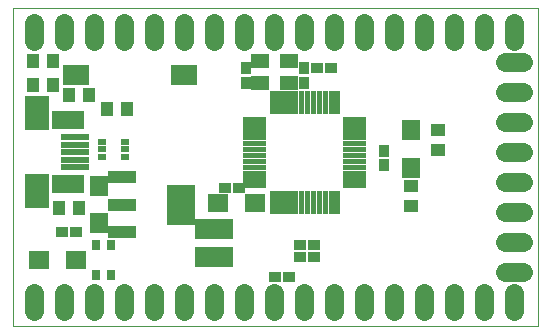
<source format=gts>
G75*
%MOIN*%
%OFA0B0*%
%FSLAX25Y25*%
%IPPOS*%
%LPD*%
%AMOC8*
5,1,8,0,0,1.08239X$1,22.5*
%
%ADD10C,0.00000*%
%ADD11R,0.03313X0.04042*%
%ADD12R,0.05912X0.06699*%
%ADD13R,0.06699X0.05912*%
%ADD14R,0.04042X0.03313*%
%ADD15R,0.02762X0.03550*%
%ADD16R,0.02762X0.01975*%
%ADD17C,0.00158*%
%ADD18R,0.09258X0.04337*%
%ADD19R,0.09258X0.13195*%
%ADD20R,0.09800X0.02172*%
%ADD21R,0.10636X0.06207*%
%ADD22R,0.07880X0.11719*%
%ADD23R,0.04731X0.04337*%
%ADD24R,0.12998X0.06699*%
%ADD25R,0.04337X0.04731*%
%ADD26R,0.08983X0.06699*%
%ADD27R,0.05912X0.04534*%
%ADD28C,0.06400*%
D10*
X0016933Y0019933D02*
X0016933Y0125933D01*
X0191933Y0125933D01*
X0191933Y0019933D01*
X0016933Y0019933D01*
D11*
X0094433Y0101071D03*
X0094433Y0105795D03*
X0113933Y0105795D03*
X0113933Y0101071D03*
X0140433Y0078295D03*
X0140433Y0073571D03*
D12*
X0149433Y0072732D03*
X0149433Y0085134D03*
X0045433Y0066634D03*
X0045433Y0054232D03*
D13*
X0038034Y0041933D03*
X0025632Y0041933D03*
X0085232Y0060933D03*
X0097634Y0060933D03*
D14*
X0092295Y0065933D03*
X0087571Y0065933D03*
X0112571Y0046933D03*
X0117295Y0046933D03*
X0117295Y0042933D03*
X0112571Y0042933D03*
X0108795Y0036433D03*
X0104071Y0036433D03*
X0037795Y0051433D03*
X0033071Y0051433D03*
X0118071Y0105933D03*
X0122795Y0105933D03*
D15*
X0049433Y0046854D03*
X0044433Y0046854D03*
X0044433Y0037012D03*
X0049433Y0037012D03*
D16*
X0046683Y0076433D03*
X0046683Y0078933D03*
X0046683Y0081433D03*
X0054183Y0081433D03*
X0054183Y0078933D03*
X0054183Y0076433D03*
D17*
X0093537Y0077660D02*
X0100865Y0077660D01*
X0100865Y0076238D01*
X0093537Y0076238D01*
X0093537Y0077660D01*
X0093537Y0076395D02*
X0100865Y0076395D01*
X0100865Y0076552D02*
X0093537Y0076552D01*
X0093537Y0076709D02*
X0100865Y0076709D01*
X0100865Y0076866D02*
X0093537Y0076866D01*
X0093537Y0077023D02*
X0100865Y0077023D01*
X0100865Y0077180D02*
X0093537Y0077180D01*
X0093537Y0077337D02*
X0100865Y0077337D01*
X0100865Y0077494D02*
X0093537Y0077494D01*
X0093537Y0077651D02*
X0100865Y0077651D01*
X0100865Y0079628D02*
X0093537Y0079628D01*
X0100865Y0079628D02*
X0100865Y0078206D01*
X0093537Y0078206D01*
X0093537Y0079628D01*
X0093537Y0078363D02*
X0100865Y0078363D01*
X0100865Y0078520D02*
X0093537Y0078520D01*
X0093537Y0078677D02*
X0100865Y0078677D01*
X0100865Y0078834D02*
X0093537Y0078834D01*
X0093537Y0078991D02*
X0100865Y0078991D01*
X0100865Y0079148D02*
X0093537Y0079148D01*
X0093537Y0079305D02*
X0100865Y0079305D01*
X0100865Y0079462D02*
X0093537Y0079462D01*
X0093537Y0079619D02*
X0100865Y0079619D01*
X0100865Y0081597D02*
X0093537Y0081597D01*
X0100865Y0081597D02*
X0100865Y0080175D01*
X0093537Y0080175D01*
X0093537Y0081597D01*
X0093537Y0080332D02*
X0100865Y0080332D01*
X0100865Y0080489D02*
X0093537Y0080489D01*
X0093537Y0080646D02*
X0100865Y0080646D01*
X0100865Y0080803D02*
X0093537Y0080803D01*
X0093537Y0080960D02*
X0100865Y0080960D01*
X0100865Y0081117D02*
X0093537Y0081117D01*
X0093537Y0081274D02*
X0100865Y0081274D01*
X0100865Y0081431D02*
X0093537Y0081431D01*
X0093537Y0081588D02*
X0100865Y0081588D01*
X0100865Y0083565D02*
X0093537Y0083565D01*
X0100865Y0083565D02*
X0100865Y0082143D01*
X0093537Y0082143D01*
X0093537Y0083565D01*
X0093537Y0082300D02*
X0100865Y0082300D01*
X0100865Y0082457D02*
X0093537Y0082457D01*
X0093537Y0082614D02*
X0100865Y0082614D01*
X0100865Y0082771D02*
X0093537Y0082771D01*
X0093537Y0082928D02*
X0100865Y0082928D01*
X0100865Y0083085D02*
X0093537Y0083085D01*
X0093537Y0083242D02*
X0100865Y0083242D01*
X0100865Y0083399D02*
X0093537Y0083399D01*
X0093537Y0083556D02*
X0100865Y0083556D01*
X0100865Y0085534D02*
X0093537Y0085534D01*
X0100865Y0085534D02*
X0100865Y0084112D01*
X0093537Y0084112D01*
X0093537Y0085534D01*
X0093537Y0084269D02*
X0100865Y0084269D01*
X0100865Y0084426D02*
X0093537Y0084426D01*
X0093537Y0084583D02*
X0100865Y0084583D01*
X0100865Y0084740D02*
X0093537Y0084740D01*
X0093537Y0084897D02*
X0100865Y0084897D01*
X0100865Y0085054D02*
X0093537Y0085054D01*
X0093537Y0085211D02*
X0100865Y0085211D01*
X0100865Y0085368D02*
X0093537Y0085368D01*
X0093537Y0085525D02*
X0100865Y0085525D01*
X0100865Y0087502D02*
X0093537Y0087502D01*
X0100865Y0087502D02*
X0100865Y0086080D01*
X0093537Y0086080D01*
X0093537Y0087502D01*
X0093537Y0086237D02*
X0100865Y0086237D01*
X0100865Y0086394D02*
X0093537Y0086394D01*
X0093537Y0086551D02*
X0100865Y0086551D01*
X0100865Y0086708D02*
X0093537Y0086708D01*
X0093537Y0086865D02*
X0100865Y0086865D01*
X0100865Y0087022D02*
X0093537Y0087022D01*
X0093537Y0087179D02*
X0100865Y0087179D01*
X0100865Y0087336D02*
X0093537Y0087336D01*
X0093537Y0087493D02*
X0100865Y0087493D01*
X0100865Y0089471D02*
X0093537Y0089471D01*
X0100865Y0089471D02*
X0100865Y0088049D01*
X0093537Y0088049D01*
X0093537Y0089471D01*
X0093537Y0088206D02*
X0100865Y0088206D01*
X0100865Y0088363D02*
X0093537Y0088363D01*
X0093537Y0088520D02*
X0100865Y0088520D01*
X0100865Y0088677D02*
X0093537Y0088677D01*
X0093537Y0088834D02*
X0100865Y0088834D01*
X0100865Y0088991D02*
X0093537Y0088991D01*
X0093537Y0089148D02*
X0100865Y0089148D01*
X0100865Y0089305D02*
X0093537Y0089305D01*
X0093537Y0089462D02*
X0100865Y0089462D01*
X0102395Y0098329D02*
X0103817Y0098329D01*
X0103817Y0091001D01*
X0102395Y0091001D01*
X0102395Y0098329D01*
X0102395Y0091158D02*
X0103817Y0091158D01*
X0103817Y0091315D02*
X0102395Y0091315D01*
X0102395Y0091472D02*
X0103817Y0091472D01*
X0103817Y0091629D02*
X0102395Y0091629D01*
X0102395Y0091786D02*
X0103817Y0091786D01*
X0103817Y0091943D02*
X0102395Y0091943D01*
X0102395Y0092100D02*
X0103817Y0092100D01*
X0103817Y0092257D02*
X0102395Y0092257D01*
X0102395Y0092414D02*
X0103817Y0092414D01*
X0103817Y0092571D02*
X0102395Y0092571D01*
X0102395Y0092728D02*
X0103817Y0092728D01*
X0103817Y0092885D02*
X0102395Y0092885D01*
X0102395Y0093042D02*
X0103817Y0093042D01*
X0103817Y0093199D02*
X0102395Y0093199D01*
X0102395Y0093356D02*
X0103817Y0093356D01*
X0103817Y0093513D02*
X0102395Y0093513D01*
X0102395Y0093670D02*
X0103817Y0093670D01*
X0103817Y0093827D02*
X0102395Y0093827D01*
X0102395Y0093984D02*
X0103817Y0093984D01*
X0103817Y0094141D02*
X0102395Y0094141D01*
X0102395Y0094298D02*
X0103817Y0094298D01*
X0103817Y0094455D02*
X0102395Y0094455D01*
X0102395Y0094612D02*
X0103817Y0094612D01*
X0103817Y0094769D02*
X0102395Y0094769D01*
X0102395Y0094926D02*
X0103817Y0094926D01*
X0103817Y0095083D02*
X0102395Y0095083D01*
X0102395Y0095240D02*
X0103817Y0095240D01*
X0103817Y0095397D02*
X0102395Y0095397D01*
X0102395Y0095554D02*
X0103817Y0095554D01*
X0103817Y0095711D02*
X0102395Y0095711D01*
X0102395Y0095868D02*
X0103817Y0095868D01*
X0103817Y0096025D02*
X0102395Y0096025D01*
X0102395Y0096182D02*
X0103817Y0096182D01*
X0103817Y0096339D02*
X0102395Y0096339D01*
X0102395Y0096496D02*
X0103817Y0096496D01*
X0103817Y0096653D02*
X0102395Y0096653D01*
X0102395Y0096810D02*
X0103817Y0096810D01*
X0103817Y0096967D02*
X0102395Y0096967D01*
X0102395Y0097124D02*
X0103817Y0097124D01*
X0103817Y0097281D02*
X0102395Y0097281D01*
X0102395Y0097438D02*
X0103817Y0097438D01*
X0103817Y0097595D02*
X0102395Y0097595D01*
X0102395Y0097752D02*
X0103817Y0097752D01*
X0103817Y0097909D02*
X0102395Y0097909D01*
X0102395Y0098066D02*
X0103817Y0098066D01*
X0103817Y0098223D02*
X0102395Y0098223D01*
X0104364Y0098329D02*
X0105786Y0098329D01*
X0105786Y0091001D01*
X0104364Y0091001D01*
X0104364Y0098329D01*
X0104364Y0091158D02*
X0105786Y0091158D01*
X0105786Y0091315D02*
X0104364Y0091315D01*
X0104364Y0091472D02*
X0105786Y0091472D01*
X0105786Y0091629D02*
X0104364Y0091629D01*
X0104364Y0091786D02*
X0105786Y0091786D01*
X0105786Y0091943D02*
X0104364Y0091943D01*
X0104364Y0092100D02*
X0105786Y0092100D01*
X0105786Y0092257D02*
X0104364Y0092257D01*
X0104364Y0092414D02*
X0105786Y0092414D01*
X0105786Y0092571D02*
X0104364Y0092571D01*
X0104364Y0092728D02*
X0105786Y0092728D01*
X0105786Y0092885D02*
X0104364Y0092885D01*
X0104364Y0093042D02*
X0105786Y0093042D01*
X0105786Y0093199D02*
X0104364Y0093199D01*
X0104364Y0093356D02*
X0105786Y0093356D01*
X0105786Y0093513D02*
X0104364Y0093513D01*
X0104364Y0093670D02*
X0105786Y0093670D01*
X0105786Y0093827D02*
X0104364Y0093827D01*
X0104364Y0093984D02*
X0105786Y0093984D01*
X0105786Y0094141D02*
X0104364Y0094141D01*
X0104364Y0094298D02*
X0105786Y0094298D01*
X0105786Y0094455D02*
X0104364Y0094455D01*
X0104364Y0094612D02*
X0105786Y0094612D01*
X0105786Y0094769D02*
X0104364Y0094769D01*
X0104364Y0094926D02*
X0105786Y0094926D01*
X0105786Y0095083D02*
X0104364Y0095083D01*
X0104364Y0095240D02*
X0105786Y0095240D01*
X0105786Y0095397D02*
X0104364Y0095397D01*
X0104364Y0095554D02*
X0105786Y0095554D01*
X0105786Y0095711D02*
X0104364Y0095711D01*
X0104364Y0095868D02*
X0105786Y0095868D01*
X0105786Y0096025D02*
X0104364Y0096025D01*
X0104364Y0096182D02*
X0105786Y0096182D01*
X0105786Y0096339D02*
X0104364Y0096339D01*
X0104364Y0096496D02*
X0105786Y0096496D01*
X0105786Y0096653D02*
X0104364Y0096653D01*
X0104364Y0096810D02*
X0105786Y0096810D01*
X0105786Y0096967D02*
X0104364Y0096967D01*
X0104364Y0097124D02*
X0105786Y0097124D01*
X0105786Y0097281D02*
X0104364Y0097281D01*
X0104364Y0097438D02*
X0105786Y0097438D01*
X0105786Y0097595D02*
X0104364Y0097595D01*
X0104364Y0097752D02*
X0105786Y0097752D01*
X0105786Y0097909D02*
X0104364Y0097909D01*
X0104364Y0098066D02*
X0105786Y0098066D01*
X0105786Y0098223D02*
X0104364Y0098223D01*
X0106332Y0098329D02*
X0107754Y0098329D01*
X0107754Y0091001D01*
X0106332Y0091001D01*
X0106332Y0098329D01*
X0106332Y0091158D02*
X0107754Y0091158D01*
X0107754Y0091315D02*
X0106332Y0091315D01*
X0106332Y0091472D02*
X0107754Y0091472D01*
X0107754Y0091629D02*
X0106332Y0091629D01*
X0106332Y0091786D02*
X0107754Y0091786D01*
X0107754Y0091943D02*
X0106332Y0091943D01*
X0106332Y0092100D02*
X0107754Y0092100D01*
X0107754Y0092257D02*
X0106332Y0092257D01*
X0106332Y0092414D02*
X0107754Y0092414D01*
X0107754Y0092571D02*
X0106332Y0092571D01*
X0106332Y0092728D02*
X0107754Y0092728D01*
X0107754Y0092885D02*
X0106332Y0092885D01*
X0106332Y0093042D02*
X0107754Y0093042D01*
X0107754Y0093199D02*
X0106332Y0093199D01*
X0106332Y0093356D02*
X0107754Y0093356D01*
X0107754Y0093513D02*
X0106332Y0093513D01*
X0106332Y0093670D02*
X0107754Y0093670D01*
X0107754Y0093827D02*
X0106332Y0093827D01*
X0106332Y0093984D02*
X0107754Y0093984D01*
X0107754Y0094141D02*
X0106332Y0094141D01*
X0106332Y0094298D02*
X0107754Y0094298D01*
X0107754Y0094455D02*
X0106332Y0094455D01*
X0106332Y0094612D02*
X0107754Y0094612D01*
X0107754Y0094769D02*
X0106332Y0094769D01*
X0106332Y0094926D02*
X0107754Y0094926D01*
X0107754Y0095083D02*
X0106332Y0095083D01*
X0106332Y0095240D02*
X0107754Y0095240D01*
X0107754Y0095397D02*
X0106332Y0095397D01*
X0106332Y0095554D02*
X0107754Y0095554D01*
X0107754Y0095711D02*
X0106332Y0095711D01*
X0106332Y0095868D02*
X0107754Y0095868D01*
X0107754Y0096025D02*
X0106332Y0096025D01*
X0106332Y0096182D02*
X0107754Y0096182D01*
X0107754Y0096339D02*
X0106332Y0096339D01*
X0106332Y0096496D02*
X0107754Y0096496D01*
X0107754Y0096653D02*
X0106332Y0096653D01*
X0106332Y0096810D02*
X0107754Y0096810D01*
X0107754Y0096967D02*
X0106332Y0096967D01*
X0106332Y0097124D02*
X0107754Y0097124D01*
X0107754Y0097281D02*
X0106332Y0097281D01*
X0106332Y0097438D02*
X0107754Y0097438D01*
X0107754Y0097595D02*
X0106332Y0097595D01*
X0106332Y0097752D02*
X0107754Y0097752D01*
X0107754Y0097909D02*
X0106332Y0097909D01*
X0106332Y0098066D02*
X0107754Y0098066D01*
X0107754Y0098223D02*
X0106332Y0098223D01*
X0108301Y0098329D02*
X0109723Y0098329D01*
X0109723Y0091001D01*
X0108301Y0091001D01*
X0108301Y0098329D01*
X0108301Y0091158D02*
X0109723Y0091158D01*
X0109723Y0091315D02*
X0108301Y0091315D01*
X0108301Y0091472D02*
X0109723Y0091472D01*
X0109723Y0091629D02*
X0108301Y0091629D01*
X0108301Y0091786D02*
X0109723Y0091786D01*
X0109723Y0091943D02*
X0108301Y0091943D01*
X0108301Y0092100D02*
X0109723Y0092100D01*
X0109723Y0092257D02*
X0108301Y0092257D01*
X0108301Y0092414D02*
X0109723Y0092414D01*
X0109723Y0092571D02*
X0108301Y0092571D01*
X0108301Y0092728D02*
X0109723Y0092728D01*
X0109723Y0092885D02*
X0108301Y0092885D01*
X0108301Y0093042D02*
X0109723Y0093042D01*
X0109723Y0093199D02*
X0108301Y0093199D01*
X0108301Y0093356D02*
X0109723Y0093356D01*
X0109723Y0093513D02*
X0108301Y0093513D01*
X0108301Y0093670D02*
X0109723Y0093670D01*
X0109723Y0093827D02*
X0108301Y0093827D01*
X0108301Y0093984D02*
X0109723Y0093984D01*
X0109723Y0094141D02*
X0108301Y0094141D01*
X0108301Y0094298D02*
X0109723Y0094298D01*
X0109723Y0094455D02*
X0108301Y0094455D01*
X0108301Y0094612D02*
X0109723Y0094612D01*
X0109723Y0094769D02*
X0108301Y0094769D01*
X0108301Y0094926D02*
X0109723Y0094926D01*
X0109723Y0095083D02*
X0108301Y0095083D01*
X0108301Y0095240D02*
X0109723Y0095240D01*
X0109723Y0095397D02*
X0108301Y0095397D01*
X0108301Y0095554D02*
X0109723Y0095554D01*
X0109723Y0095711D02*
X0108301Y0095711D01*
X0108301Y0095868D02*
X0109723Y0095868D01*
X0109723Y0096025D02*
X0108301Y0096025D01*
X0108301Y0096182D02*
X0109723Y0096182D01*
X0109723Y0096339D02*
X0108301Y0096339D01*
X0108301Y0096496D02*
X0109723Y0096496D01*
X0109723Y0096653D02*
X0108301Y0096653D01*
X0108301Y0096810D02*
X0109723Y0096810D01*
X0109723Y0096967D02*
X0108301Y0096967D01*
X0108301Y0097124D02*
X0109723Y0097124D01*
X0109723Y0097281D02*
X0108301Y0097281D01*
X0108301Y0097438D02*
X0109723Y0097438D01*
X0109723Y0097595D02*
X0108301Y0097595D01*
X0108301Y0097752D02*
X0109723Y0097752D01*
X0109723Y0097909D02*
X0108301Y0097909D01*
X0108301Y0098066D02*
X0109723Y0098066D01*
X0109723Y0098223D02*
X0108301Y0098223D01*
X0110269Y0098329D02*
X0111691Y0098329D01*
X0111691Y0091001D01*
X0110269Y0091001D01*
X0110269Y0098329D01*
X0110269Y0091158D02*
X0111691Y0091158D01*
X0111691Y0091315D02*
X0110269Y0091315D01*
X0110269Y0091472D02*
X0111691Y0091472D01*
X0111691Y0091629D02*
X0110269Y0091629D01*
X0110269Y0091786D02*
X0111691Y0091786D01*
X0111691Y0091943D02*
X0110269Y0091943D01*
X0110269Y0092100D02*
X0111691Y0092100D01*
X0111691Y0092257D02*
X0110269Y0092257D01*
X0110269Y0092414D02*
X0111691Y0092414D01*
X0111691Y0092571D02*
X0110269Y0092571D01*
X0110269Y0092728D02*
X0111691Y0092728D01*
X0111691Y0092885D02*
X0110269Y0092885D01*
X0110269Y0093042D02*
X0111691Y0093042D01*
X0111691Y0093199D02*
X0110269Y0093199D01*
X0110269Y0093356D02*
X0111691Y0093356D01*
X0111691Y0093513D02*
X0110269Y0093513D01*
X0110269Y0093670D02*
X0111691Y0093670D01*
X0111691Y0093827D02*
X0110269Y0093827D01*
X0110269Y0093984D02*
X0111691Y0093984D01*
X0111691Y0094141D02*
X0110269Y0094141D01*
X0110269Y0094298D02*
X0111691Y0094298D01*
X0111691Y0094455D02*
X0110269Y0094455D01*
X0110269Y0094612D02*
X0111691Y0094612D01*
X0111691Y0094769D02*
X0110269Y0094769D01*
X0110269Y0094926D02*
X0111691Y0094926D01*
X0111691Y0095083D02*
X0110269Y0095083D01*
X0110269Y0095240D02*
X0111691Y0095240D01*
X0111691Y0095397D02*
X0110269Y0095397D01*
X0110269Y0095554D02*
X0111691Y0095554D01*
X0111691Y0095711D02*
X0110269Y0095711D01*
X0110269Y0095868D02*
X0111691Y0095868D01*
X0111691Y0096025D02*
X0110269Y0096025D01*
X0110269Y0096182D02*
X0111691Y0096182D01*
X0111691Y0096339D02*
X0110269Y0096339D01*
X0110269Y0096496D02*
X0111691Y0096496D01*
X0111691Y0096653D02*
X0110269Y0096653D01*
X0110269Y0096810D02*
X0111691Y0096810D01*
X0111691Y0096967D02*
X0110269Y0096967D01*
X0110269Y0097124D02*
X0111691Y0097124D01*
X0111691Y0097281D02*
X0110269Y0097281D01*
X0110269Y0097438D02*
X0111691Y0097438D01*
X0111691Y0097595D02*
X0110269Y0097595D01*
X0110269Y0097752D02*
X0111691Y0097752D01*
X0111691Y0097909D02*
X0110269Y0097909D01*
X0110269Y0098066D02*
X0111691Y0098066D01*
X0111691Y0098223D02*
X0110269Y0098223D01*
X0112238Y0098329D02*
X0113660Y0098329D01*
X0113660Y0091001D01*
X0112238Y0091001D01*
X0112238Y0098329D01*
X0112238Y0091158D02*
X0113660Y0091158D01*
X0113660Y0091315D02*
X0112238Y0091315D01*
X0112238Y0091472D02*
X0113660Y0091472D01*
X0113660Y0091629D02*
X0112238Y0091629D01*
X0112238Y0091786D02*
X0113660Y0091786D01*
X0113660Y0091943D02*
X0112238Y0091943D01*
X0112238Y0092100D02*
X0113660Y0092100D01*
X0113660Y0092257D02*
X0112238Y0092257D01*
X0112238Y0092414D02*
X0113660Y0092414D01*
X0113660Y0092571D02*
X0112238Y0092571D01*
X0112238Y0092728D02*
X0113660Y0092728D01*
X0113660Y0092885D02*
X0112238Y0092885D01*
X0112238Y0093042D02*
X0113660Y0093042D01*
X0113660Y0093199D02*
X0112238Y0093199D01*
X0112238Y0093356D02*
X0113660Y0093356D01*
X0113660Y0093513D02*
X0112238Y0093513D01*
X0112238Y0093670D02*
X0113660Y0093670D01*
X0113660Y0093827D02*
X0112238Y0093827D01*
X0112238Y0093984D02*
X0113660Y0093984D01*
X0113660Y0094141D02*
X0112238Y0094141D01*
X0112238Y0094298D02*
X0113660Y0094298D01*
X0113660Y0094455D02*
X0112238Y0094455D01*
X0112238Y0094612D02*
X0113660Y0094612D01*
X0113660Y0094769D02*
X0112238Y0094769D01*
X0112238Y0094926D02*
X0113660Y0094926D01*
X0113660Y0095083D02*
X0112238Y0095083D01*
X0112238Y0095240D02*
X0113660Y0095240D01*
X0113660Y0095397D02*
X0112238Y0095397D01*
X0112238Y0095554D02*
X0113660Y0095554D01*
X0113660Y0095711D02*
X0112238Y0095711D01*
X0112238Y0095868D02*
X0113660Y0095868D01*
X0113660Y0096025D02*
X0112238Y0096025D01*
X0112238Y0096182D02*
X0113660Y0096182D01*
X0113660Y0096339D02*
X0112238Y0096339D01*
X0112238Y0096496D02*
X0113660Y0096496D01*
X0113660Y0096653D02*
X0112238Y0096653D01*
X0112238Y0096810D02*
X0113660Y0096810D01*
X0113660Y0096967D02*
X0112238Y0096967D01*
X0112238Y0097124D02*
X0113660Y0097124D01*
X0113660Y0097281D02*
X0112238Y0097281D01*
X0112238Y0097438D02*
X0113660Y0097438D01*
X0113660Y0097595D02*
X0112238Y0097595D01*
X0112238Y0097752D02*
X0113660Y0097752D01*
X0113660Y0097909D02*
X0112238Y0097909D01*
X0112238Y0098066D02*
X0113660Y0098066D01*
X0113660Y0098223D02*
X0112238Y0098223D01*
X0114206Y0098329D02*
X0115628Y0098329D01*
X0115628Y0091001D01*
X0114206Y0091001D01*
X0114206Y0098329D01*
X0114206Y0091158D02*
X0115628Y0091158D01*
X0115628Y0091315D02*
X0114206Y0091315D01*
X0114206Y0091472D02*
X0115628Y0091472D01*
X0115628Y0091629D02*
X0114206Y0091629D01*
X0114206Y0091786D02*
X0115628Y0091786D01*
X0115628Y0091943D02*
X0114206Y0091943D01*
X0114206Y0092100D02*
X0115628Y0092100D01*
X0115628Y0092257D02*
X0114206Y0092257D01*
X0114206Y0092414D02*
X0115628Y0092414D01*
X0115628Y0092571D02*
X0114206Y0092571D01*
X0114206Y0092728D02*
X0115628Y0092728D01*
X0115628Y0092885D02*
X0114206Y0092885D01*
X0114206Y0093042D02*
X0115628Y0093042D01*
X0115628Y0093199D02*
X0114206Y0093199D01*
X0114206Y0093356D02*
X0115628Y0093356D01*
X0115628Y0093513D02*
X0114206Y0093513D01*
X0114206Y0093670D02*
X0115628Y0093670D01*
X0115628Y0093827D02*
X0114206Y0093827D01*
X0114206Y0093984D02*
X0115628Y0093984D01*
X0115628Y0094141D02*
X0114206Y0094141D01*
X0114206Y0094298D02*
X0115628Y0094298D01*
X0115628Y0094455D02*
X0114206Y0094455D01*
X0114206Y0094612D02*
X0115628Y0094612D01*
X0115628Y0094769D02*
X0114206Y0094769D01*
X0114206Y0094926D02*
X0115628Y0094926D01*
X0115628Y0095083D02*
X0114206Y0095083D01*
X0114206Y0095240D02*
X0115628Y0095240D01*
X0115628Y0095397D02*
X0114206Y0095397D01*
X0114206Y0095554D02*
X0115628Y0095554D01*
X0115628Y0095711D02*
X0114206Y0095711D01*
X0114206Y0095868D02*
X0115628Y0095868D01*
X0115628Y0096025D02*
X0114206Y0096025D01*
X0114206Y0096182D02*
X0115628Y0096182D01*
X0115628Y0096339D02*
X0114206Y0096339D01*
X0114206Y0096496D02*
X0115628Y0096496D01*
X0115628Y0096653D02*
X0114206Y0096653D01*
X0114206Y0096810D02*
X0115628Y0096810D01*
X0115628Y0096967D02*
X0114206Y0096967D01*
X0114206Y0097124D02*
X0115628Y0097124D01*
X0115628Y0097281D02*
X0114206Y0097281D01*
X0114206Y0097438D02*
X0115628Y0097438D01*
X0115628Y0097595D02*
X0114206Y0097595D01*
X0114206Y0097752D02*
X0115628Y0097752D01*
X0115628Y0097909D02*
X0114206Y0097909D01*
X0114206Y0098066D02*
X0115628Y0098066D01*
X0115628Y0098223D02*
X0114206Y0098223D01*
X0116175Y0098329D02*
X0117597Y0098329D01*
X0117597Y0091001D01*
X0116175Y0091001D01*
X0116175Y0098329D01*
X0116175Y0091158D02*
X0117597Y0091158D01*
X0117597Y0091315D02*
X0116175Y0091315D01*
X0116175Y0091472D02*
X0117597Y0091472D01*
X0117597Y0091629D02*
X0116175Y0091629D01*
X0116175Y0091786D02*
X0117597Y0091786D01*
X0117597Y0091943D02*
X0116175Y0091943D01*
X0116175Y0092100D02*
X0117597Y0092100D01*
X0117597Y0092257D02*
X0116175Y0092257D01*
X0116175Y0092414D02*
X0117597Y0092414D01*
X0117597Y0092571D02*
X0116175Y0092571D01*
X0116175Y0092728D02*
X0117597Y0092728D01*
X0117597Y0092885D02*
X0116175Y0092885D01*
X0116175Y0093042D02*
X0117597Y0093042D01*
X0117597Y0093199D02*
X0116175Y0093199D01*
X0116175Y0093356D02*
X0117597Y0093356D01*
X0117597Y0093513D02*
X0116175Y0093513D01*
X0116175Y0093670D02*
X0117597Y0093670D01*
X0117597Y0093827D02*
X0116175Y0093827D01*
X0116175Y0093984D02*
X0117597Y0093984D01*
X0117597Y0094141D02*
X0116175Y0094141D01*
X0116175Y0094298D02*
X0117597Y0094298D01*
X0117597Y0094455D02*
X0116175Y0094455D01*
X0116175Y0094612D02*
X0117597Y0094612D01*
X0117597Y0094769D02*
X0116175Y0094769D01*
X0116175Y0094926D02*
X0117597Y0094926D01*
X0117597Y0095083D02*
X0116175Y0095083D01*
X0116175Y0095240D02*
X0117597Y0095240D01*
X0117597Y0095397D02*
X0116175Y0095397D01*
X0116175Y0095554D02*
X0117597Y0095554D01*
X0117597Y0095711D02*
X0116175Y0095711D01*
X0116175Y0095868D02*
X0117597Y0095868D01*
X0117597Y0096025D02*
X0116175Y0096025D01*
X0116175Y0096182D02*
X0117597Y0096182D01*
X0117597Y0096339D02*
X0116175Y0096339D01*
X0116175Y0096496D02*
X0117597Y0096496D01*
X0117597Y0096653D02*
X0116175Y0096653D01*
X0116175Y0096810D02*
X0117597Y0096810D01*
X0117597Y0096967D02*
X0116175Y0096967D01*
X0116175Y0097124D02*
X0117597Y0097124D01*
X0117597Y0097281D02*
X0116175Y0097281D01*
X0116175Y0097438D02*
X0117597Y0097438D01*
X0117597Y0097595D02*
X0116175Y0097595D01*
X0116175Y0097752D02*
X0117597Y0097752D01*
X0117597Y0097909D02*
X0116175Y0097909D01*
X0116175Y0098066D02*
X0117597Y0098066D01*
X0117597Y0098223D02*
X0116175Y0098223D01*
X0118143Y0098329D02*
X0119565Y0098329D01*
X0119565Y0091001D01*
X0118143Y0091001D01*
X0118143Y0098329D01*
X0118143Y0091158D02*
X0119565Y0091158D01*
X0119565Y0091315D02*
X0118143Y0091315D01*
X0118143Y0091472D02*
X0119565Y0091472D01*
X0119565Y0091629D02*
X0118143Y0091629D01*
X0118143Y0091786D02*
X0119565Y0091786D01*
X0119565Y0091943D02*
X0118143Y0091943D01*
X0118143Y0092100D02*
X0119565Y0092100D01*
X0119565Y0092257D02*
X0118143Y0092257D01*
X0118143Y0092414D02*
X0119565Y0092414D01*
X0119565Y0092571D02*
X0118143Y0092571D01*
X0118143Y0092728D02*
X0119565Y0092728D01*
X0119565Y0092885D02*
X0118143Y0092885D01*
X0118143Y0093042D02*
X0119565Y0093042D01*
X0119565Y0093199D02*
X0118143Y0093199D01*
X0118143Y0093356D02*
X0119565Y0093356D01*
X0119565Y0093513D02*
X0118143Y0093513D01*
X0118143Y0093670D02*
X0119565Y0093670D01*
X0119565Y0093827D02*
X0118143Y0093827D01*
X0118143Y0093984D02*
X0119565Y0093984D01*
X0119565Y0094141D02*
X0118143Y0094141D01*
X0118143Y0094298D02*
X0119565Y0094298D01*
X0119565Y0094455D02*
X0118143Y0094455D01*
X0118143Y0094612D02*
X0119565Y0094612D01*
X0119565Y0094769D02*
X0118143Y0094769D01*
X0118143Y0094926D02*
X0119565Y0094926D01*
X0119565Y0095083D02*
X0118143Y0095083D01*
X0118143Y0095240D02*
X0119565Y0095240D01*
X0119565Y0095397D02*
X0118143Y0095397D01*
X0118143Y0095554D02*
X0119565Y0095554D01*
X0119565Y0095711D02*
X0118143Y0095711D01*
X0118143Y0095868D02*
X0119565Y0095868D01*
X0119565Y0096025D02*
X0118143Y0096025D01*
X0118143Y0096182D02*
X0119565Y0096182D01*
X0119565Y0096339D02*
X0118143Y0096339D01*
X0118143Y0096496D02*
X0119565Y0096496D01*
X0119565Y0096653D02*
X0118143Y0096653D01*
X0118143Y0096810D02*
X0119565Y0096810D01*
X0119565Y0096967D02*
X0118143Y0096967D01*
X0118143Y0097124D02*
X0119565Y0097124D01*
X0119565Y0097281D02*
X0118143Y0097281D01*
X0118143Y0097438D02*
X0119565Y0097438D01*
X0119565Y0097595D02*
X0118143Y0097595D01*
X0118143Y0097752D02*
X0119565Y0097752D01*
X0119565Y0097909D02*
X0118143Y0097909D01*
X0118143Y0098066D02*
X0119565Y0098066D01*
X0119565Y0098223D02*
X0118143Y0098223D01*
X0120112Y0098329D02*
X0121534Y0098329D01*
X0121534Y0091001D01*
X0120112Y0091001D01*
X0120112Y0098329D01*
X0120112Y0091158D02*
X0121534Y0091158D01*
X0121534Y0091315D02*
X0120112Y0091315D01*
X0120112Y0091472D02*
X0121534Y0091472D01*
X0121534Y0091629D02*
X0120112Y0091629D01*
X0120112Y0091786D02*
X0121534Y0091786D01*
X0121534Y0091943D02*
X0120112Y0091943D01*
X0120112Y0092100D02*
X0121534Y0092100D01*
X0121534Y0092257D02*
X0120112Y0092257D01*
X0120112Y0092414D02*
X0121534Y0092414D01*
X0121534Y0092571D02*
X0120112Y0092571D01*
X0120112Y0092728D02*
X0121534Y0092728D01*
X0121534Y0092885D02*
X0120112Y0092885D01*
X0120112Y0093042D02*
X0121534Y0093042D01*
X0121534Y0093199D02*
X0120112Y0093199D01*
X0120112Y0093356D02*
X0121534Y0093356D01*
X0121534Y0093513D02*
X0120112Y0093513D01*
X0120112Y0093670D02*
X0121534Y0093670D01*
X0121534Y0093827D02*
X0120112Y0093827D01*
X0120112Y0093984D02*
X0121534Y0093984D01*
X0121534Y0094141D02*
X0120112Y0094141D01*
X0120112Y0094298D02*
X0121534Y0094298D01*
X0121534Y0094455D02*
X0120112Y0094455D01*
X0120112Y0094612D02*
X0121534Y0094612D01*
X0121534Y0094769D02*
X0120112Y0094769D01*
X0120112Y0094926D02*
X0121534Y0094926D01*
X0121534Y0095083D02*
X0120112Y0095083D01*
X0120112Y0095240D02*
X0121534Y0095240D01*
X0121534Y0095397D02*
X0120112Y0095397D01*
X0120112Y0095554D02*
X0121534Y0095554D01*
X0121534Y0095711D02*
X0120112Y0095711D01*
X0120112Y0095868D02*
X0121534Y0095868D01*
X0121534Y0096025D02*
X0120112Y0096025D01*
X0120112Y0096182D02*
X0121534Y0096182D01*
X0121534Y0096339D02*
X0120112Y0096339D01*
X0120112Y0096496D02*
X0121534Y0096496D01*
X0121534Y0096653D02*
X0120112Y0096653D01*
X0120112Y0096810D02*
X0121534Y0096810D01*
X0121534Y0096967D02*
X0120112Y0096967D01*
X0120112Y0097124D02*
X0121534Y0097124D01*
X0121534Y0097281D02*
X0120112Y0097281D01*
X0120112Y0097438D02*
X0121534Y0097438D01*
X0121534Y0097595D02*
X0120112Y0097595D01*
X0120112Y0097752D02*
X0121534Y0097752D01*
X0121534Y0097909D02*
X0120112Y0097909D01*
X0120112Y0098066D02*
X0121534Y0098066D01*
X0121534Y0098223D02*
X0120112Y0098223D01*
X0122080Y0098329D02*
X0123502Y0098329D01*
X0123502Y0091001D01*
X0122080Y0091001D01*
X0122080Y0098329D01*
X0122080Y0091158D02*
X0123502Y0091158D01*
X0123502Y0091315D02*
X0122080Y0091315D01*
X0122080Y0091472D02*
X0123502Y0091472D01*
X0123502Y0091629D02*
X0122080Y0091629D01*
X0122080Y0091786D02*
X0123502Y0091786D01*
X0123502Y0091943D02*
X0122080Y0091943D01*
X0122080Y0092100D02*
X0123502Y0092100D01*
X0123502Y0092257D02*
X0122080Y0092257D01*
X0122080Y0092414D02*
X0123502Y0092414D01*
X0123502Y0092571D02*
X0122080Y0092571D01*
X0122080Y0092728D02*
X0123502Y0092728D01*
X0123502Y0092885D02*
X0122080Y0092885D01*
X0122080Y0093042D02*
X0123502Y0093042D01*
X0123502Y0093199D02*
X0122080Y0093199D01*
X0122080Y0093356D02*
X0123502Y0093356D01*
X0123502Y0093513D02*
X0122080Y0093513D01*
X0122080Y0093670D02*
X0123502Y0093670D01*
X0123502Y0093827D02*
X0122080Y0093827D01*
X0122080Y0093984D02*
X0123502Y0093984D01*
X0123502Y0094141D02*
X0122080Y0094141D01*
X0122080Y0094298D02*
X0123502Y0094298D01*
X0123502Y0094455D02*
X0122080Y0094455D01*
X0122080Y0094612D02*
X0123502Y0094612D01*
X0123502Y0094769D02*
X0122080Y0094769D01*
X0122080Y0094926D02*
X0123502Y0094926D01*
X0123502Y0095083D02*
X0122080Y0095083D01*
X0122080Y0095240D02*
X0123502Y0095240D01*
X0123502Y0095397D02*
X0122080Y0095397D01*
X0122080Y0095554D02*
X0123502Y0095554D01*
X0123502Y0095711D02*
X0122080Y0095711D01*
X0122080Y0095868D02*
X0123502Y0095868D01*
X0123502Y0096025D02*
X0122080Y0096025D01*
X0122080Y0096182D02*
X0123502Y0096182D01*
X0123502Y0096339D02*
X0122080Y0096339D01*
X0122080Y0096496D02*
X0123502Y0096496D01*
X0123502Y0096653D02*
X0122080Y0096653D01*
X0122080Y0096810D02*
X0123502Y0096810D01*
X0123502Y0096967D02*
X0122080Y0096967D01*
X0122080Y0097124D02*
X0123502Y0097124D01*
X0123502Y0097281D02*
X0122080Y0097281D01*
X0122080Y0097438D02*
X0123502Y0097438D01*
X0123502Y0097595D02*
X0122080Y0097595D01*
X0122080Y0097752D02*
X0123502Y0097752D01*
X0123502Y0097909D02*
X0122080Y0097909D01*
X0122080Y0098066D02*
X0123502Y0098066D01*
X0123502Y0098223D02*
X0122080Y0098223D01*
X0124049Y0098329D02*
X0125471Y0098329D01*
X0125471Y0091001D01*
X0124049Y0091001D01*
X0124049Y0098329D01*
X0124049Y0091158D02*
X0125471Y0091158D01*
X0125471Y0091315D02*
X0124049Y0091315D01*
X0124049Y0091472D02*
X0125471Y0091472D01*
X0125471Y0091629D02*
X0124049Y0091629D01*
X0124049Y0091786D02*
X0125471Y0091786D01*
X0125471Y0091943D02*
X0124049Y0091943D01*
X0124049Y0092100D02*
X0125471Y0092100D01*
X0125471Y0092257D02*
X0124049Y0092257D01*
X0124049Y0092414D02*
X0125471Y0092414D01*
X0125471Y0092571D02*
X0124049Y0092571D01*
X0124049Y0092728D02*
X0125471Y0092728D01*
X0125471Y0092885D02*
X0124049Y0092885D01*
X0124049Y0093042D02*
X0125471Y0093042D01*
X0125471Y0093199D02*
X0124049Y0093199D01*
X0124049Y0093356D02*
X0125471Y0093356D01*
X0125471Y0093513D02*
X0124049Y0093513D01*
X0124049Y0093670D02*
X0125471Y0093670D01*
X0125471Y0093827D02*
X0124049Y0093827D01*
X0124049Y0093984D02*
X0125471Y0093984D01*
X0125471Y0094141D02*
X0124049Y0094141D01*
X0124049Y0094298D02*
X0125471Y0094298D01*
X0125471Y0094455D02*
X0124049Y0094455D01*
X0124049Y0094612D02*
X0125471Y0094612D01*
X0125471Y0094769D02*
X0124049Y0094769D01*
X0124049Y0094926D02*
X0125471Y0094926D01*
X0125471Y0095083D02*
X0124049Y0095083D01*
X0124049Y0095240D02*
X0125471Y0095240D01*
X0125471Y0095397D02*
X0124049Y0095397D01*
X0124049Y0095554D02*
X0125471Y0095554D01*
X0125471Y0095711D02*
X0124049Y0095711D01*
X0124049Y0095868D02*
X0125471Y0095868D01*
X0125471Y0096025D02*
X0124049Y0096025D01*
X0124049Y0096182D02*
X0125471Y0096182D01*
X0125471Y0096339D02*
X0124049Y0096339D01*
X0124049Y0096496D02*
X0125471Y0096496D01*
X0125471Y0096653D02*
X0124049Y0096653D01*
X0124049Y0096810D02*
X0125471Y0096810D01*
X0125471Y0096967D02*
X0124049Y0096967D01*
X0124049Y0097124D02*
X0125471Y0097124D01*
X0125471Y0097281D02*
X0124049Y0097281D01*
X0124049Y0097438D02*
X0125471Y0097438D01*
X0125471Y0097595D02*
X0124049Y0097595D01*
X0124049Y0097752D02*
X0125471Y0097752D01*
X0125471Y0097909D02*
X0124049Y0097909D01*
X0124049Y0098066D02*
X0125471Y0098066D01*
X0125471Y0098223D02*
X0124049Y0098223D01*
X0127001Y0089471D02*
X0134329Y0089471D01*
X0134329Y0088049D01*
X0127001Y0088049D01*
X0127001Y0089471D01*
X0127001Y0088206D02*
X0134329Y0088206D01*
X0134329Y0088363D02*
X0127001Y0088363D01*
X0127001Y0088520D02*
X0134329Y0088520D01*
X0134329Y0088677D02*
X0127001Y0088677D01*
X0127001Y0088834D02*
X0134329Y0088834D01*
X0134329Y0088991D02*
X0127001Y0088991D01*
X0127001Y0089148D02*
X0134329Y0089148D01*
X0134329Y0089305D02*
X0127001Y0089305D01*
X0127001Y0089462D02*
X0134329Y0089462D01*
X0134329Y0087502D02*
X0127001Y0087502D01*
X0134329Y0087502D02*
X0134329Y0086080D01*
X0127001Y0086080D01*
X0127001Y0087502D01*
X0127001Y0086237D02*
X0134329Y0086237D01*
X0134329Y0086394D02*
X0127001Y0086394D01*
X0127001Y0086551D02*
X0134329Y0086551D01*
X0134329Y0086708D02*
X0127001Y0086708D01*
X0127001Y0086865D02*
X0134329Y0086865D01*
X0134329Y0087022D02*
X0127001Y0087022D01*
X0127001Y0087179D02*
X0134329Y0087179D01*
X0134329Y0087336D02*
X0127001Y0087336D01*
X0127001Y0087493D02*
X0134329Y0087493D01*
X0134329Y0085534D02*
X0127001Y0085534D01*
X0134329Y0085534D02*
X0134329Y0084112D01*
X0127001Y0084112D01*
X0127001Y0085534D01*
X0127001Y0084269D02*
X0134329Y0084269D01*
X0134329Y0084426D02*
X0127001Y0084426D01*
X0127001Y0084583D02*
X0134329Y0084583D01*
X0134329Y0084740D02*
X0127001Y0084740D01*
X0127001Y0084897D02*
X0134329Y0084897D01*
X0134329Y0085054D02*
X0127001Y0085054D01*
X0127001Y0085211D02*
X0134329Y0085211D01*
X0134329Y0085368D02*
X0127001Y0085368D01*
X0127001Y0085525D02*
X0134329Y0085525D01*
X0134329Y0083565D02*
X0127001Y0083565D01*
X0134329Y0083565D02*
X0134329Y0082143D01*
X0127001Y0082143D01*
X0127001Y0083565D01*
X0127001Y0082300D02*
X0134329Y0082300D01*
X0134329Y0082457D02*
X0127001Y0082457D01*
X0127001Y0082614D02*
X0134329Y0082614D01*
X0134329Y0082771D02*
X0127001Y0082771D01*
X0127001Y0082928D02*
X0134329Y0082928D01*
X0134329Y0083085D02*
X0127001Y0083085D01*
X0127001Y0083242D02*
X0134329Y0083242D01*
X0134329Y0083399D02*
X0127001Y0083399D01*
X0127001Y0083556D02*
X0134329Y0083556D01*
X0134329Y0081597D02*
X0127001Y0081597D01*
X0134329Y0081597D02*
X0134329Y0080175D01*
X0127001Y0080175D01*
X0127001Y0081597D01*
X0127001Y0080332D02*
X0134329Y0080332D01*
X0134329Y0080489D02*
X0127001Y0080489D01*
X0127001Y0080646D02*
X0134329Y0080646D01*
X0134329Y0080803D02*
X0127001Y0080803D01*
X0127001Y0080960D02*
X0134329Y0080960D01*
X0134329Y0081117D02*
X0127001Y0081117D01*
X0127001Y0081274D02*
X0134329Y0081274D01*
X0134329Y0081431D02*
X0127001Y0081431D01*
X0127001Y0081588D02*
X0134329Y0081588D01*
X0134329Y0079628D02*
X0127001Y0079628D01*
X0134329Y0079628D02*
X0134329Y0078206D01*
X0127001Y0078206D01*
X0127001Y0079628D01*
X0127001Y0078363D02*
X0134329Y0078363D01*
X0134329Y0078520D02*
X0127001Y0078520D01*
X0127001Y0078677D02*
X0134329Y0078677D01*
X0134329Y0078834D02*
X0127001Y0078834D01*
X0127001Y0078991D02*
X0134329Y0078991D01*
X0134329Y0079148D02*
X0127001Y0079148D01*
X0127001Y0079305D02*
X0134329Y0079305D01*
X0134329Y0079462D02*
X0127001Y0079462D01*
X0127001Y0079619D02*
X0134329Y0079619D01*
X0134329Y0077660D02*
X0127001Y0077660D01*
X0134329Y0077660D02*
X0134329Y0076238D01*
X0127001Y0076238D01*
X0127001Y0077660D01*
X0127001Y0076395D02*
X0134329Y0076395D01*
X0134329Y0076552D02*
X0127001Y0076552D01*
X0127001Y0076709D02*
X0134329Y0076709D01*
X0134329Y0076866D02*
X0127001Y0076866D01*
X0127001Y0077023D02*
X0134329Y0077023D01*
X0134329Y0077180D02*
X0127001Y0077180D01*
X0127001Y0077337D02*
X0134329Y0077337D01*
X0134329Y0077494D02*
X0127001Y0077494D01*
X0127001Y0077651D02*
X0134329Y0077651D01*
X0134329Y0075691D02*
X0127001Y0075691D01*
X0134329Y0075691D02*
X0134329Y0074269D01*
X0127001Y0074269D01*
X0127001Y0075691D01*
X0127001Y0074426D02*
X0134329Y0074426D01*
X0134329Y0074583D02*
X0127001Y0074583D01*
X0127001Y0074740D02*
X0134329Y0074740D01*
X0134329Y0074897D02*
X0127001Y0074897D01*
X0127001Y0075054D02*
X0134329Y0075054D01*
X0134329Y0075211D02*
X0127001Y0075211D01*
X0127001Y0075368D02*
X0134329Y0075368D01*
X0134329Y0075525D02*
X0127001Y0075525D01*
X0127001Y0075682D02*
X0134329Y0075682D01*
X0134329Y0073723D02*
X0127001Y0073723D01*
X0134329Y0073723D02*
X0134329Y0072301D01*
X0127001Y0072301D01*
X0127001Y0073723D01*
X0127001Y0072458D02*
X0134329Y0072458D01*
X0134329Y0072615D02*
X0127001Y0072615D01*
X0127001Y0072772D02*
X0134329Y0072772D01*
X0134329Y0072929D02*
X0127001Y0072929D01*
X0127001Y0073086D02*
X0134329Y0073086D01*
X0134329Y0073243D02*
X0127001Y0073243D01*
X0127001Y0073400D02*
X0134329Y0073400D01*
X0134329Y0073557D02*
X0127001Y0073557D01*
X0127001Y0073714D02*
X0134329Y0073714D01*
X0134329Y0071754D02*
X0127001Y0071754D01*
X0134329Y0071754D02*
X0134329Y0070332D01*
X0127001Y0070332D01*
X0127001Y0071754D01*
X0127001Y0070489D02*
X0134329Y0070489D01*
X0134329Y0070646D02*
X0127001Y0070646D01*
X0127001Y0070803D02*
X0134329Y0070803D01*
X0134329Y0070960D02*
X0127001Y0070960D01*
X0127001Y0071117D02*
X0134329Y0071117D01*
X0134329Y0071274D02*
X0127001Y0071274D01*
X0127001Y0071431D02*
X0134329Y0071431D01*
X0134329Y0071588D02*
X0127001Y0071588D01*
X0127001Y0071745D02*
X0134329Y0071745D01*
X0134329Y0069786D02*
X0127001Y0069786D01*
X0134329Y0069786D02*
X0134329Y0068364D01*
X0127001Y0068364D01*
X0127001Y0069786D01*
X0127001Y0068521D02*
X0134329Y0068521D01*
X0134329Y0068678D02*
X0127001Y0068678D01*
X0127001Y0068835D02*
X0134329Y0068835D01*
X0134329Y0068992D02*
X0127001Y0068992D01*
X0127001Y0069149D02*
X0134329Y0069149D01*
X0134329Y0069306D02*
X0127001Y0069306D01*
X0127001Y0069463D02*
X0134329Y0069463D01*
X0134329Y0069620D02*
X0127001Y0069620D01*
X0127001Y0069777D02*
X0134329Y0069777D01*
X0134329Y0067817D02*
X0127001Y0067817D01*
X0134329Y0067817D02*
X0134329Y0066395D01*
X0127001Y0066395D01*
X0127001Y0067817D01*
X0127001Y0066552D02*
X0134329Y0066552D01*
X0134329Y0066709D02*
X0127001Y0066709D01*
X0127001Y0066866D02*
X0134329Y0066866D01*
X0134329Y0067023D02*
X0127001Y0067023D01*
X0127001Y0067180D02*
X0134329Y0067180D01*
X0134329Y0067337D02*
X0127001Y0067337D01*
X0127001Y0067494D02*
X0134329Y0067494D01*
X0134329Y0067651D02*
X0127001Y0067651D01*
X0127001Y0067808D02*
X0134329Y0067808D01*
X0125471Y0064865D02*
X0124049Y0064865D01*
X0125471Y0064865D02*
X0125471Y0057537D01*
X0124049Y0057537D01*
X0124049Y0064865D01*
X0124049Y0057694D02*
X0125471Y0057694D01*
X0125471Y0057851D02*
X0124049Y0057851D01*
X0124049Y0058008D02*
X0125471Y0058008D01*
X0125471Y0058165D02*
X0124049Y0058165D01*
X0124049Y0058322D02*
X0125471Y0058322D01*
X0125471Y0058479D02*
X0124049Y0058479D01*
X0124049Y0058636D02*
X0125471Y0058636D01*
X0125471Y0058793D02*
X0124049Y0058793D01*
X0124049Y0058950D02*
X0125471Y0058950D01*
X0125471Y0059107D02*
X0124049Y0059107D01*
X0124049Y0059264D02*
X0125471Y0059264D01*
X0125471Y0059421D02*
X0124049Y0059421D01*
X0124049Y0059578D02*
X0125471Y0059578D01*
X0125471Y0059735D02*
X0124049Y0059735D01*
X0124049Y0059892D02*
X0125471Y0059892D01*
X0125471Y0060049D02*
X0124049Y0060049D01*
X0124049Y0060206D02*
X0125471Y0060206D01*
X0125471Y0060363D02*
X0124049Y0060363D01*
X0124049Y0060520D02*
X0125471Y0060520D01*
X0125471Y0060677D02*
X0124049Y0060677D01*
X0124049Y0060834D02*
X0125471Y0060834D01*
X0125471Y0060991D02*
X0124049Y0060991D01*
X0124049Y0061148D02*
X0125471Y0061148D01*
X0125471Y0061305D02*
X0124049Y0061305D01*
X0124049Y0061462D02*
X0125471Y0061462D01*
X0125471Y0061619D02*
X0124049Y0061619D01*
X0124049Y0061776D02*
X0125471Y0061776D01*
X0125471Y0061933D02*
X0124049Y0061933D01*
X0124049Y0062090D02*
X0125471Y0062090D01*
X0125471Y0062247D02*
X0124049Y0062247D01*
X0124049Y0062404D02*
X0125471Y0062404D01*
X0125471Y0062561D02*
X0124049Y0062561D01*
X0124049Y0062718D02*
X0125471Y0062718D01*
X0125471Y0062875D02*
X0124049Y0062875D01*
X0124049Y0063032D02*
X0125471Y0063032D01*
X0125471Y0063189D02*
X0124049Y0063189D01*
X0124049Y0063346D02*
X0125471Y0063346D01*
X0125471Y0063503D02*
X0124049Y0063503D01*
X0124049Y0063660D02*
X0125471Y0063660D01*
X0125471Y0063817D02*
X0124049Y0063817D01*
X0124049Y0063974D02*
X0125471Y0063974D01*
X0125471Y0064131D02*
X0124049Y0064131D01*
X0124049Y0064288D02*
X0125471Y0064288D01*
X0125471Y0064445D02*
X0124049Y0064445D01*
X0124049Y0064602D02*
X0125471Y0064602D01*
X0125471Y0064759D02*
X0124049Y0064759D01*
X0123502Y0064865D02*
X0122080Y0064865D01*
X0123502Y0064865D02*
X0123502Y0057537D01*
X0122080Y0057537D01*
X0122080Y0064865D01*
X0122080Y0057694D02*
X0123502Y0057694D01*
X0123502Y0057851D02*
X0122080Y0057851D01*
X0122080Y0058008D02*
X0123502Y0058008D01*
X0123502Y0058165D02*
X0122080Y0058165D01*
X0122080Y0058322D02*
X0123502Y0058322D01*
X0123502Y0058479D02*
X0122080Y0058479D01*
X0122080Y0058636D02*
X0123502Y0058636D01*
X0123502Y0058793D02*
X0122080Y0058793D01*
X0122080Y0058950D02*
X0123502Y0058950D01*
X0123502Y0059107D02*
X0122080Y0059107D01*
X0122080Y0059264D02*
X0123502Y0059264D01*
X0123502Y0059421D02*
X0122080Y0059421D01*
X0122080Y0059578D02*
X0123502Y0059578D01*
X0123502Y0059735D02*
X0122080Y0059735D01*
X0122080Y0059892D02*
X0123502Y0059892D01*
X0123502Y0060049D02*
X0122080Y0060049D01*
X0122080Y0060206D02*
X0123502Y0060206D01*
X0123502Y0060363D02*
X0122080Y0060363D01*
X0122080Y0060520D02*
X0123502Y0060520D01*
X0123502Y0060677D02*
X0122080Y0060677D01*
X0122080Y0060834D02*
X0123502Y0060834D01*
X0123502Y0060991D02*
X0122080Y0060991D01*
X0122080Y0061148D02*
X0123502Y0061148D01*
X0123502Y0061305D02*
X0122080Y0061305D01*
X0122080Y0061462D02*
X0123502Y0061462D01*
X0123502Y0061619D02*
X0122080Y0061619D01*
X0122080Y0061776D02*
X0123502Y0061776D01*
X0123502Y0061933D02*
X0122080Y0061933D01*
X0122080Y0062090D02*
X0123502Y0062090D01*
X0123502Y0062247D02*
X0122080Y0062247D01*
X0122080Y0062404D02*
X0123502Y0062404D01*
X0123502Y0062561D02*
X0122080Y0062561D01*
X0122080Y0062718D02*
X0123502Y0062718D01*
X0123502Y0062875D02*
X0122080Y0062875D01*
X0122080Y0063032D02*
X0123502Y0063032D01*
X0123502Y0063189D02*
X0122080Y0063189D01*
X0122080Y0063346D02*
X0123502Y0063346D01*
X0123502Y0063503D02*
X0122080Y0063503D01*
X0122080Y0063660D02*
X0123502Y0063660D01*
X0123502Y0063817D02*
X0122080Y0063817D01*
X0122080Y0063974D02*
X0123502Y0063974D01*
X0123502Y0064131D02*
X0122080Y0064131D01*
X0122080Y0064288D02*
X0123502Y0064288D01*
X0123502Y0064445D02*
X0122080Y0064445D01*
X0122080Y0064602D02*
X0123502Y0064602D01*
X0123502Y0064759D02*
X0122080Y0064759D01*
X0121534Y0064865D02*
X0120112Y0064865D01*
X0121534Y0064865D02*
X0121534Y0057537D01*
X0120112Y0057537D01*
X0120112Y0064865D01*
X0120112Y0057694D02*
X0121534Y0057694D01*
X0121534Y0057851D02*
X0120112Y0057851D01*
X0120112Y0058008D02*
X0121534Y0058008D01*
X0121534Y0058165D02*
X0120112Y0058165D01*
X0120112Y0058322D02*
X0121534Y0058322D01*
X0121534Y0058479D02*
X0120112Y0058479D01*
X0120112Y0058636D02*
X0121534Y0058636D01*
X0121534Y0058793D02*
X0120112Y0058793D01*
X0120112Y0058950D02*
X0121534Y0058950D01*
X0121534Y0059107D02*
X0120112Y0059107D01*
X0120112Y0059264D02*
X0121534Y0059264D01*
X0121534Y0059421D02*
X0120112Y0059421D01*
X0120112Y0059578D02*
X0121534Y0059578D01*
X0121534Y0059735D02*
X0120112Y0059735D01*
X0120112Y0059892D02*
X0121534Y0059892D01*
X0121534Y0060049D02*
X0120112Y0060049D01*
X0120112Y0060206D02*
X0121534Y0060206D01*
X0121534Y0060363D02*
X0120112Y0060363D01*
X0120112Y0060520D02*
X0121534Y0060520D01*
X0121534Y0060677D02*
X0120112Y0060677D01*
X0120112Y0060834D02*
X0121534Y0060834D01*
X0121534Y0060991D02*
X0120112Y0060991D01*
X0120112Y0061148D02*
X0121534Y0061148D01*
X0121534Y0061305D02*
X0120112Y0061305D01*
X0120112Y0061462D02*
X0121534Y0061462D01*
X0121534Y0061619D02*
X0120112Y0061619D01*
X0120112Y0061776D02*
X0121534Y0061776D01*
X0121534Y0061933D02*
X0120112Y0061933D01*
X0120112Y0062090D02*
X0121534Y0062090D01*
X0121534Y0062247D02*
X0120112Y0062247D01*
X0120112Y0062404D02*
X0121534Y0062404D01*
X0121534Y0062561D02*
X0120112Y0062561D01*
X0120112Y0062718D02*
X0121534Y0062718D01*
X0121534Y0062875D02*
X0120112Y0062875D01*
X0120112Y0063032D02*
X0121534Y0063032D01*
X0121534Y0063189D02*
X0120112Y0063189D01*
X0120112Y0063346D02*
X0121534Y0063346D01*
X0121534Y0063503D02*
X0120112Y0063503D01*
X0120112Y0063660D02*
X0121534Y0063660D01*
X0121534Y0063817D02*
X0120112Y0063817D01*
X0120112Y0063974D02*
X0121534Y0063974D01*
X0121534Y0064131D02*
X0120112Y0064131D01*
X0120112Y0064288D02*
X0121534Y0064288D01*
X0121534Y0064445D02*
X0120112Y0064445D01*
X0120112Y0064602D02*
X0121534Y0064602D01*
X0121534Y0064759D02*
X0120112Y0064759D01*
X0119565Y0064865D02*
X0118143Y0064865D01*
X0119565Y0064865D02*
X0119565Y0057537D01*
X0118143Y0057537D01*
X0118143Y0064865D01*
X0118143Y0057694D02*
X0119565Y0057694D01*
X0119565Y0057851D02*
X0118143Y0057851D01*
X0118143Y0058008D02*
X0119565Y0058008D01*
X0119565Y0058165D02*
X0118143Y0058165D01*
X0118143Y0058322D02*
X0119565Y0058322D01*
X0119565Y0058479D02*
X0118143Y0058479D01*
X0118143Y0058636D02*
X0119565Y0058636D01*
X0119565Y0058793D02*
X0118143Y0058793D01*
X0118143Y0058950D02*
X0119565Y0058950D01*
X0119565Y0059107D02*
X0118143Y0059107D01*
X0118143Y0059264D02*
X0119565Y0059264D01*
X0119565Y0059421D02*
X0118143Y0059421D01*
X0118143Y0059578D02*
X0119565Y0059578D01*
X0119565Y0059735D02*
X0118143Y0059735D01*
X0118143Y0059892D02*
X0119565Y0059892D01*
X0119565Y0060049D02*
X0118143Y0060049D01*
X0118143Y0060206D02*
X0119565Y0060206D01*
X0119565Y0060363D02*
X0118143Y0060363D01*
X0118143Y0060520D02*
X0119565Y0060520D01*
X0119565Y0060677D02*
X0118143Y0060677D01*
X0118143Y0060834D02*
X0119565Y0060834D01*
X0119565Y0060991D02*
X0118143Y0060991D01*
X0118143Y0061148D02*
X0119565Y0061148D01*
X0119565Y0061305D02*
X0118143Y0061305D01*
X0118143Y0061462D02*
X0119565Y0061462D01*
X0119565Y0061619D02*
X0118143Y0061619D01*
X0118143Y0061776D02*
X0119565Y0061776D01*
X0119565Y0061933D02*
X0118143Y0061933D01*
X0118143Y0062090D02*
X0119565Y0062090D01*
X0119565Y0062247D02*
X0118143Y0062247D01*
X0118143Y0062404D02*
X0119565Y0062404D01*
X0119565Y0062561D02*
X0118143Y0062561D01*
X0118143Y0062718D02*
X0119565Y0062718D01*
X0119565Y0062875D02*
X0118143Y0062875D01*
X0118143Y0063032D02*
X0119565Y0063032D01*
X0119565Y0063189D02*
X0118143Y0063189D01*
X0118143Y0063346D02*
X0119565Y0063346D01*
X0119565Y0063503D02*
X0118143Y0063503D01*
X0118143Y0063660D02*
X0119565Y0063660D01*
X0119565Y0063817D02*
X0118143Y0063817D01*
X0118143Y0063974D02*
X0119565Y0063974D01*
X0119565Y0064131D02*
X0118143Y0064131D01*
X0118143Y0064288D02*
X0119565Y0064288D01*
X0119565Y0064445D02*
X0118143Y0064445D01*
X0118143Y0064602D02*
X0119565Y0064602D01*
X0119565Y0064759D02*
X0118143Y0064759D01*
X0117597Y0064865D02*
X0116175Y0064865D01*
X0117597Y0064865D02*
X0117597Y0057537D01*
X0116175Y0057537D01*
X0116175Y0064865D01*
X0116175Y0057694D02*
X0117597Y0057694D01*
X0117597Y0057851D02*
X0116175Y0057851D01*
X0116175Y0058008D02*
X0117597Y0058008D01*
X0117597Y0058165D02*
X0116175Y0058165D01*
X0116175Y0058322D02*
X0117597Y0058322D01*
X0117597Y0058479D02*
X0116175Y0058479D01*
X0116175Y0058636D02*
X0117597Y0058636D01*
X0117597Y0058793D02*
X0116175Y0058793D01*
X0116175Y0058950D02*
X0117597Y0058950D01*
X0117597Y0059107D02*
X0116175Y0059107D01*
X0116175Y0059264D02*
X0117597Y0059264D01*
X0117597Y0059421D02*
X0116175Y0059421D01*
X0116175Y0059578D02*
X0117597Y0059578D01*
X0117597Y0059735D02*
X0116175Y0059735D01*
X0116175Y0059892D02*
X0117597Y0059892D01*
X0117597Y0060049D02*
X0116175Y0060049D01*
X0116175Y0060206D02*
X0117597Y0060206D01*
X0117597Y0060363D02*
X0116175Y0060363D01*
X0116175Y0060520D02*
X0117597Y0060520D01*
X0117597Y0060677D02*
X0116175Y0060677D01*
X0116175Y0060834D02*
X0117597Y0060834D01*
X0117597Y0060991D02*
X0116175Y0060991D01*
X0116175Y0061148D02*
X0117597Y0061148D01*
X0117597Y0061305D02*
X0116175Y0061305D01*
X0116175Y0061462D02*
X0117597Y0061462D01*
X0117597Y0061619D02*
X0116175Y0061619D01*
X0116175Y0061776D02*
X0117597Y0061776D01*
X0117597Y0061933D02*
X0116175Y0061933D01*
X0116175Y0062090D02*
X0117597Y0062090D01*
X0117597Y0062247D02*
X0116175Y0062247D01*
X0116175Y0062404D02*
X0117597Y0062404D01*
X0117597Y0062561D02*
X0116175Y0062561D01*
X0116175Y0062718D02*
X0117597Y0062718D01*
X0117597Y0062875D02*
X0116175Y0062875D01*
X0116175Y0063032D02*
X0117597Y0063032D01*
X0117597Y0063189D02*
X0116175Y0063189D01*
X0116175Y0063346D02*
X0117597Y0063346D01*
X0117597Y0063503D02*
X0116175Y0063503D01*
X0116175Y0063660D02*
X0117597Y0063660D01*
X0117597Y0063817D02*
X0116175Y0063817D01*
X0116175Y0063974D02*
X0117597Y0063974D01*
X0117597Y0064131D02*
X0116175Y0064131D01*
X0116175Y0064288D02*
X0117597Y0064288D01*
X0117597Y0064445D02*
X0116175Y0064445D01*
X0116175Y0064602D02*
X0117597Y0064602D01*
X0117597Y0064759D02*
X0116175Y0064759D01*
X0115628Y0064865D02*
X0114206Y0064865D01*
X0115628Y0064865D02*
X0115628Y0057537D01*
X0114206Y0057537D01*
X0114206Y0064865D01*
X0114206Y0057694D02*
X0115628Y0057694D01*
X0115628Y0057851D02*
X0114206Y0057851D01*
X0114206Y0058008D02*
X0115628Y0058008D01*
X0115628Y0058165D02*
X0114206Y0058165D01*
X0114206Y0058322D02*
X0115628Y0058322D01*
X0115628Y0058479D02*
X0114206Y0058479D01*
X0114206Y0058636D02*
X0115628Y0058636D01*
X0115628Y0058793D02*
X0114206Y0058793D01*
X0114206Y0058950D02*
X0115628Y0058950D01*
X0115628Y0059107D02*
X0114206Y0059107D01*
X0114206Y0059264D02*
X0115628Y0059264D01*
X0115628Y0059421D02*
X0114206Y0059421D01*
X0114206Y0059578D02*
X0115628Y0059578D01*
X0115628Y0059735D02*
X0114206Y0059735D01*
X0114206Y0059892D02*
X0115628Y0059892D01*
X0115628Y0060049D02*
X0114206Y0060049D01*
X0114206Y0060206D02*
X0115628Y0060206D01*
X0115628Y0060363D02*
X0114206Y0060363D01*
X0114206Y0060520D02*
X0115628Y0060520D01*
X0115628Y0060677D02*
X0114206Y0060677D01*
X0114206Y0060834D02*
X0115628Y0060834D01*
X0115628Y0060991D02*
X0114206Y0060991D01*
X0114206Y0061148D02*
X0115628Y0061148D01*
X0115628Y0061305D02*
X0114206Y0061305D01*
X0114206Y0061462D02*
X0115628Y0061462D01*
X0115628Y0061619D02*
X0114206Y0061619D01*
X0114206Y0061776D02*
X0115628Y0061776D01*
X0115628Y0061933D02*
X0114206Y0061933D01*
X0114206Y0062090D02*
X0115628Y0062090D01*
X0115628Y0062247D02*
X0114206Y0062247D01*
X0114206Y0062404D02*
X0115628Y0062404D01*
X0115628Y0062561D02*
X0114206Y0062561D01*
X0114206Y0062718D02*
X0115628Y0062718D01*
X0115628Y0062875D02*
X0114206Y0062875D01*
X0114206Y0063032D02*
X0115628Y0063032D01*
X0115628Y0063189D02*
X0114206Y0063189D01*
X0114206Y0063346D02*
X0115628Y0063346D01*
X0115628Y0063503D02*
X0114206Y0063503D01*
X0114206Y0063660D02*
X0115628Y0063660D01*
X0115628Y0063817D02*
X0114206Y0063817D01*
X0114206Y0063974D02*
X0115628Y0063974D01*
X0115628Y0064131D02*
X0114206Y0064131D01*
X0114206Y0064288D02*
X0115628Y0064288D01*
X0115628Y0064445D02*
X0114206Y0064445D01*
X0114206Y0064602D02*
X0115628Y0064602D01*
X0115628Y0064759D02*
X0114206Y0064759D01*
X0113660Y0064865D02*
X0112238Y0064865D01*
X0113660Y0064865D02*
X0113660Y0057537D01*
X0112238Y0057537D01*
X0112238Y0064865D01*
X0112238Y0057694D02*
X0113660Y0057694D01*
X0113660Y0057851D02*
X0112238Y0057851D01*
X0112238Y0058008D02*
X0113660Y0058008D01*
X0113660Y0058165D02*
X0112238Y0058165D01*
X0112238Y0058322D02*
X0113660Y0058322D01*
X0113660Y0058479D02*
X0112238Y0058479D01*
X0112238Y0058636D02*
X0113660Y0058636D01*
X0113660Y0058793D02*
X0112238Y0058793D01*
X0112238Y0058950D02*
X0113660Y0058950D01*
X0113660Y0059107D02*
X0112238Y0059107D01*
X0112238Y0059264D02*
X0113660Y0059264D01*
X0113660Y0059421D02*
X0112238Y0059421D01*
X0112238Y0059578D02*
X0113660Y0059578D01*
X0113660Y0059735D02*
X0112238Y0059735D01*
X0112238Y0059892D02*
X0113660Y0059892D01*
X0113660Y0060049D02*
X0112238Y0060049D01*
X0112238Y0060206D02*
X0113660Y0060206D01*
X0113660Y0060363D02*
X0112238Y0060363D01*
X0112238Y0060520D02*
X0113660Y0060520D01*
X0113660Y0060677D02*
X0112238Y0060677D01*
X0112238Y0060834D02*
X0113660Y0060834D01*
X0113660Y0060991D02*
X0112238Y0060991D01*
X0112238Y0061148D02*
X0113660Y0061148D01*
X0113660Y0061305D02*
X0112238Y0061305D01*
X0112238Y0061462D02*
X0113660Y0061462D01*
X0113660Y0061619D02*
X0112238Y0061619D01*
X0112238Y0061776D02*
X0113660Y0061776D01*
X0113660Y0061933D02*
X0112238Y0061933D01*
X0112238Y0062090D02*
X0113660Y0062090D01*
X0113660Y0062247D02*
X0112238Y0062247D01*
X0112238Y0062404D02*
X0113660Y0062404D01*
X0113660Y0062561D02*
X0112238Y0062561D01*
X0112238Y0062718D02*
X0113660Y0062718D01*
X0113660Y0062875D02*
X0112238Y0062875D01*
X0112238Y0063032D02*
X0113660Y0063032D01*
X0113660Y0063189D02*
X0112238Y0063189D01*
X0112238Y0063346D02*
X0113660Y0063346D01*
X0113660Y0063503D02*
X0112238Y0063503D01*
X0112238Y0063660D02*
X0113660Y0063660D01*
X0113660Y0063817D02*
X0112238Y0063817D01*
X0112238Y0063974D02*
X0113660Y0063974D01*
X0113660Y0064131D02*
X0112238Y0064131D01*
X0112238Y0064288D02*
X0113660Y0064288D01*
X0113660Y0064445D02*
X0112238Y0064445D01*
X0112238Y0064602D02*
X0113660Y0064602D01*
X0113660Y0064759D02*
X0112238Y0064759D01*
X0111691Y0064865D02*
X0110269Y0064865D01*
X0111691Y0064865D02*
X0111691Y0057537D01*
X0110269Y0057537D01*
X0110269Y0064865D01*
X0110269Y0057694D02*
X0111691Y0057694D01*
X0111691Y0057851D02*
X0110269Y0057851D01*
X0110269Y0058008D02*
X0111691Y0058008D01*
X0111691Y0058165D02*
X0110269Y0058165D01*
X0110269Y0058322D02*
X0111691Y0058322D01*
X0111691Y0058479D02*
X0110269Y0058479D01*
X0110269Y0058636D02*
X0111691Y0058636D01*
X0111691Y0058793D02*
X0110269Y0058793D01*
X0110269Y0058950D02*
X0111691Y0058950D01*
X0111691Y0059107D02*
X0110269Y0059107D01*
X0110269Y0059264D02*
X0111691Y0059264D01*
X0111691Y0059421D02*
X0110269Y0059421D01*
X0110269Y0059578D02*
X0111691Y0059578D01*
X0111691Y0059735D02*
X0110269Y0059735D01*
X0110269Y0059892D02*
X0111691Y0059892D01*
X0111691Y0060049D02*
X0110269Y0060049D01*
X0110269Y0060206D02*
X0111691Y0060206D01*
X0111691Y0060363D02*
X0110269Y0060363D01*
X0110269Y0060520D02*
X0111691Y0060520D01*
X0111691Y0060677D02*
X0110269Y0060677D01*
X0110269Y0060834D02*
X0111691Y0060834D01*
X0111691Y0060991D02*
X0110269Y0060991D01*
X0110269Y0061148D02*
X0111691Y0061148D01*
X0111691Y0061305D02*
X0110269Y0061305D01*
X0110269Y0061462D02*
X0111691Y0061462D01*
X0111691Y0061619D02*
X0110269Y0061619D01*
X0110269Y0061776D02*
X0111691Y0061776D01*
X0111691Y0061933D02*
X0110269Y0061933D01*
X0110269Y0062090D02*
X0111691Y0062090D01*
X0111691Y0062247D02*
X0110269Y0062247D01*
X0110269Y0062404D02*
X0111691Y0062404D01*
X0111691Y0062561D02*
X0110269Y0062561D01*
X0110269Y0062718D02*
X0111691Y0062718D01*
X0111691Y0062875D02*
X0110269Y0062875D01*
X0110269Y0063032D02*
X0111691Y0063032D01*
X0111691Y0063189D02*
X0110269Y0063189D01*
X0110269Y0063346D02*
X0111691Y0063346D01*
X0111691Y0063503D02*
X0110269Y0063503D01*
X0110269Y0063660D02*
X0111691Y0063660D01*
X0111691Y0063817D02*
X0110269Y0063817D01*
X0110269Y0063974D02*
X0111691Y0063974D01*
X0111691Y0064131D02*
X0110269Y0064131D01*
X0110269Y0064288D02*
X0111691Y0064288D01*
X0111691Y0064445D02*
X0110269Y0064445D01*
X0110269Y0064602D02*
X0111691Y0064602D01*
X0111691Y0064759D02*
X0110269Y0064759D01*
X0109723Y0064865D02*
X0108301Y0064865D01*
X0109723Y0064865D02*
X0109723Y0057537D01*
X0108301Y0057537D01*
X0108301Y0064865D01*
X0108301Y0057694D02*
X0109723Y0057694D01*
X0109723Y0057851D02*
X0108301Y0057851D01*
X0108301Y0058008D02*
X0109723Y0058008D01*
X0109723Y0058165D02*
X0108301Y0058165D01*
X0108301Y0058322D02*
X0109723Y0058322D01*
X0109723Y0058479D02*
X0108301Y0058479D01*
X0108301Y0058636D02*
X0109723Y0058636D01*
X0109723Y0058793D02*
X0108301Y0058793D01*
X0108301Y0058950D02*
X0109723Y0058950D01*
X0109723Y0059107D02*
X0108301Y0059107D01*
X0108301Y0059264D02*
X0109723Y0059264D01*
X0109723Y0059421D02*
X0108301Y0059421D01*
X0108301Y0059578D02*
X0109723Y0059578D01*
X0109723Y0059735D02*
X0108301Y0059735D01*
X0108301Y0059892D02*
X0109723Y0059892D01*
X0109723Y0060049D02*
X0108301Y0060049D01*
X0108301Y0060206D02*
X0109723Y0060206D01*
X0109723Y0060363D02*
X0108301Y0060363D01*
X0108301Y0060520D02*
X0109723Y0060520D01*
X0109723Y0060677D02*
X0108301Y0060677D01*
X0108301Y0060834D02*
X0109723Y0060834D01*
X0109723Y0060991D02*
X0108301Y0060991D01*
X0108301Y0061148D02*
X0109723Y0061148D01*
X0109723Y0061305D02*
X0108301Y0061305D01*
X0108301Y0061462D02*
X0109723Y0061462D01*
X0109723Y0061619D02*
X0108301Y0061619D01*
X0108301Y0061776D02*
X0109723Y0061776D01*
X0109723Y0061933D02*
X0108301Y0061933D01*
X0108301Y0062090D02*
X0109723Y0062090D01*
X0109723Y0062247D02*
X0108301Y0062247D01*
X0108301Y0062404D02*
X0109723Y0062404D01*
X0109723Y0062561D02*
X0108301Y0062561D01*
X0108301Y0062718D02*
X0109723Y0062718D01*
X0109723Y0062875D02*
X0108301Y0062875D01*
X0108301Y0063032D02*
X0109723Y0063032D01*
X0109723Y0063189D02*
X0108301Y0063189D01*
X0108301Y0063346D02*
X0109723Y0063346D01*
X0109723Y0063503D02*
X0108301Y0063503D01*
X0108301Y0063660D02*
X0109723Y0063660D01*
X0109723Y0063817D02*
X0108301Y0063817D01*
X0108301Y0063974D02*
X0109723Y0063974D01*
X0109723Y0064131D02*
X0108301Y0064131D01*
X0108301Y0064288D02*
X0109723Y0064288D01*
X0109723Y0064445D02*
X0108301Y0064445D01*
X0108301Y0064602D02*
X0109723Y0064602D01*
X0109723Y0064759D02*
X0108301Y0064759D01*
X0107754Y0064865D02*
X0106332Y0064865D01*
X0107754Y0064865D02*
X0107754Y0057537D01*
X0106332Y0057537D01*
X0106332Y0064865D01*
X0106332Y0057694D02*
X0107754Y0057694D01*
X0107754Y0057851D02*
X0106332Y0057851D01*
X0106332Y0058008D02*
X0107754Y0058008D01*
X0107754Y0058165D02*
X0106332Y0058165D01*
X0106332Y0058322D02*
X0107754Y0058322D01*
X0107754Y0058479D02*
X0106332Y0058479D01*
X0106332Y0058636D02*
X0107754Y0058636D01*
X0107754Y0058793D02*
X0106332Y0058793D01*
X0106332Y0058950D02*
X0107754Y0058950D01*
X0107754Y0059107D02*
X0106332Y0059107D01*
X0106332Y0059264D02*
X0107754Y0059264D01*
X0107754Y0059421D02*
X0106332Y0059421D01*
X0106332Y0059578D02*
X0107754Y0059578D01*
X0107754Y0059735D02*
X0106332Y0059735D01*
X0106332Y0059892D02*
X0107754Y0059892D01*
X0107754Y0060049D02*
X0106332Y0060049D01*
X0106332Y0060206D02*
X0107754Y0060206D01*
X0107754Y0060363D02*
X0106332Y0060363D01*
X0106332Y0060520D02*
X0107754Y0060520D01*
X0107754Y0060677D02*
X0106332Y0060677D01*
X0106332Y0060834D02*
X0107754Y0060834D01*
X0107754Y0060991D02*
X0106332Y0060991D01*
X0106332Y0061148D02*
X0107754Y0061148D01*
X0107754Y0061305D02*
X0106332Y0061305D01*
X0106332Y0061462D02*
X0107754Y0061462D01*
X0107754Y0061619D02*
X0106332Y0061619D01*
X0106332Y0061776D02*
X0107754Y0061776D01*
X0107754Y0061933D02*
X0106332Y0061933D01*
X0106332Y0062090D02*
X0107754Y0062090D01*
X0107754Y0062247D02*
X0106332Y0062247D01*
X0106332Y0062404D02*
X0107754Y0062404D01*
X0107754Y0062561D02*
X0106332Y0062561D01*
X0106332Y0062718D02*
X0107754Y0062718D01*
X0107754Y0062875D02*
X0106332Y0062875D01*
X0106332Y0063032D02*
X0107754Y0063032D01*
X0107754Y0063189D02*
X0106332Y0063189D01*
X0106332Y0063346D02*
X0107754Y0063346D01*
X0107754Y0063503D02*
X0106332Y0063503D01*
X0106332Y0063660D02*
X0107754Y0063660D01*
X0107754Y0063817D02*
X0106332Y0063817D01*
X0106332Y0063974D02*
X0107754Y0063974D01*
X0107754Y0064131D02*
X0106332Y0064131D01*
X0106332Y0064288D02*
X0107754Y0064288D01*
X0107754Y0064445D02*
X0106332Y0064445D01*
X0106332Y0064602D02*
X0107754Y0064602D01*
X0107754Y0064759D02*
X0106332Y0064759D01*
X0105786Y0064865D02*
X0104364Y0064865D01*
X0105786Y0064865D02*
X0105786Y0057537D01*
X0104364Y0057537D01*
X0104364Y0064865D01*
X0104364Y0057694D02*
X0105786Y0057694D01*
X0105786Y0057851D02*
X0104364Y0057851D01*
X0104364Y0058008D02*
X0105786Y0058008D01*
X0105786Y0058165D02*
X0104364Y0058165D01*
X0104364Y0058322D02*
X0105786Y0058322D01*
X0105786Y0058479D02*
X0104364Y0058479D01*
X0104364Y0058636D02*
X0105786Y0058636D01*
X0105786Y0058793D02*
X0104364Y0058793D01*
X0104364Y0058950D02*
X0105786Y0058950D01*
X0105786Y0059107D02*
X0104364Y0059107D01*
X0104364Y0059264D02*
X0105786Y0059264D01*
X0105786Y0059421D02*
X0104364Y0059421D01*
X0104364Y0059578D02*
X0105786Y0059578D01*
X0105786Y0059735D02*
X0104364Y0059735D01*
X0104364Y0059892D02*
X0105786Y0059892D01*
X0105786Y0060049D02*
X0104364Y0060049D01*
X0104364Y0060206D02*
X0105786Y0060206D01*
X0105786Y0060363D02*
X0104364Y0060363D01*
X0104364Y0060520D02*
X0105786Y0060520D01*
X0105786Y0060677D02*
X0104364Y0060677D01*
X0104364Y0060834D02*
X0105786Y0060834D01*
X0105786Y0060991D02*
X0104364Y0060991D01*
X0104364Y0061148D02*
X0105786Y0061148D01*
X0105786Y0061305D02*
X0104364Y0061305D01*
X0104364Y0061462D02*
X0105786Y0061462D01*
X0105786Y0061619D02*
X0104364Y0061619D01*
X0104364Y0061776D02*
X0105786Y0061776D01*
X0105786Y0061933D02*
X0104364Y0061933D01*
X0104364Y0062090D02*
X0105786Y0062090D01*
X0105786Y0062247D02*
X0104364Y0062247D01*
X0104364Y0062404D02*
X0105786Y0062404D01*
X0105786Y0062561D02*
X0104364Y0062561D01*
X0104364Y0062718D02*
X0105786Y0062718D01*
X0105786Y0062875D02*
X0104364Y0062875D01*
X0104364Y0063032D02*
X0105786Y0063032D01*
X0105786Y0063189D02*
X0104364Y0063189D01*
X0104364Y0063346D02*
X0105786Y0063346D01*
X0105786Y0063503D02*
X0104364Y0063503D01*
X0104364Y0063660D02*
X0105786Y0063660D01*
X0105786Y0063817D02*
X0104364Y0063817D01*
X0104364Y0063974D02*
X0105786Y0063974D01*
X0105786Y0064131D02*
X0104364Y0064131D01*
X0104364Y0064288D02*
X0105786Y0064288D01*
X0105786Y0064445D02*
X0104364Y0064445D01*
X0104364Y0064602D02*
X0105786Y0064602D01*
X0105786Y0064759D02*
X0104364Y0064759D01*
X0103817Y0064865D02*
X0102395Y0064865D01*
X0103817Y0064865D02*
X0103817Y0057537D01*
X0102395Y0057537D01*
X0102395Y0064865D01*
X0102395Y0057694D02*
X0103817Y0057694D01*
X0103817Y0057851D02*
X0102395Y0057851D01*
X0102395Y0058008D02*
X0103817Y0058008D01*
X0103817Y0058165D02*
X0102395Y0058165D01*
X0102395Y0058322D02*
X0103817Y0058322D01*
X0103817Y0058479D02*
X0102395Y0058479D01*
X0102395Y0058636D02*
X0103817Y0058636D01*
X0103817Y0058793D02*
X0102395Y0058793D01*
X0102395Y0058950D02*
X0103817Y0058950D01*
X0103817Y0059107D02*
X0102395Y0059107D01*
X0102395Y0059264D02*
X0103817Y0059264D01*
X0103817Y0059421D02*
X0102395Y0059421D01*
X0102395Y0059578D02*
X0103817Y0059578D01*
X0103817Y0059735D02*
X0102395Y0059735D01*
X0102395Y0059892D02*
X0103817Y0059892D01*
X0103817Y0060049D02*
X0102395Y0060049D01*
X0102395Y0060206D02*
X0103817Y0060206D01*
X0103817Y0060363D02*
X0102395Y0060363D01*
X0102395Y0060520D02*
X0103817Y0060520D01*
X0103817Y0060677D02*
X0102395Y0060677D01*
X0102395Y0060834D02*
X0103817Y0060834D01*
X0103817Y0060991D02*
X0102395Y0060991D01*
X0102395Y0061148D02*
X0103817Y0061148D01*
X0103817Y0061305D02*
X0102395Y0061305D01*
X0102395Y0061462D02*
X0103817Y0061462D01*
X0103817Y0061619D02*
X0102395Y0061619D01*
X0102395Y0061776D02*
X0103817Y0061776D01*
X0103817Y0061933D02*
X0102395Y0061933D01*
X0102395Y0062090D02*
X0103817Y0062090D01*
X0103817Y0062247D02*
X0102395Y0062247D01*
X0102395Y0062404D02*
X0103817Y0062404D01*
X0103817Y0062561D02*
X0102395Y0062561D01*
X0102395Y0062718D02*
X0103817Y0062718D01*
X0103817Y0062875D02*
X0102395Y0062875D01*
X0102395Y0063032D02*
X0103817Y0063032D01*
X0103817Y0063189D02*
X0102395Y0063189D01*
X0102395Y0063346D02*
X0103817Y0063346D01*
X0103817Y0063503D02*
X0102395Y0063503D01*
X0102395Y0063660D02*
X0103817Y0063660D01*
X0103817Y0063817D02*
X0102395Y0063817D01*
X0102395Y0063974D02*
X0103817Y0063974D01*
X0103817Y0064131D02*
X0102395Y0064131D01*
X0102395Y0064288D02*
X0103817Y0064288D01*
X0103817Y0064445D02*
X0102395Y0064445D01*
X0102395Y0064602D02*
X0103817Y0064602D01*
X0103817Y0064759D02*
X0102395Y0064759D01*
X0100865Y0067817D02*
X0093537Y0067817D01*
X0100865Y0067817D02*
X0100865Y0066395D01*
X0093537Y0066395D01*
X0093537Y0067817D01*
X0093537Y0066552D02*
X0100865Y0066552D01*
X0100865Y0066709D02*
X0093537Y0066709D01*
X0093537Y0066866D02*
X0100865Y0066866D01*
X0100865Y0067023D02*
X0093537Y0067023D01*
X0093537Y0067180D02*
X0100865Y0067180D01*
X0100865Y0067337D02*
X0093537Y0067337D01*
X0093537Y0067494D02*
X0100865Y0067494D01*
X0100865Y0067651D02*
X0093537Y0067651D01*
X0093537Y0067808D02*
X0100865Y0067808D01*
X0100865Y0069786D02*
X0093537Y0069786D01*
X0100865Y0069786D02*
X0100865Y0068364D01*
X0093537Y0068364D01*
X0093537Y0069786D01*
X0093537Y0068521D02*
X0100865Y0068521D01*
X0100865Y0068678D02*
X0093537Y0068678D01*
X0093537Y0068835D02*
X0100865Y0068835D01*
X0100865Y0068992D02*
X0093537Y0068992D01*
X0093537Y0069149D02*
X0100865Y0069149D01*
X0100865Y0069306D02*
X0093537Y0069306D01*
X0093537Y0069463D02*
X0100865Y0069463D01*
X0100865Y0069620D02*
X0093537Y0069620D01*
X0093537Y0069777D02*
X0100865Y0069777D01*
X0100865Y0071754D02*
X0093537Y0071754D01*
X0100865Y0071754D02*
X0100865Y0070332D01*
X0093537Y0070332D01*
X0093537Y0071754D01*
X0093537Y0070489D02*
X0100865Y0070489D01*
X0100865Y0070646D02*
X0093537Y0070646D01*
X0093537Y0070803D02*
X0100865Y0070803D01*
X0100865Y0070960D02*
X0093537Y0070960D01*
X0093537Y0071117D02*
X0100865Y0071117D01*
X0100865Y0071274D02*
X0093537Y0071274D01*
X0093537Y0071431D02*
X0100865Y0071431D01*
X0100865Y0071588D02*
X0093537Y0071588D01*
X0093537Y0071745D02*
X0100865Y0071745D01*
X0100865Y0073723D02*
X0093537Y0073723D01*
X0100865Y0073723D02*
X0100865Y0072301D01*
X0093537Y0072301D01*
X0093537Y0073723D01*
X0093537Y0072458D02*
X0100865Y0072458D01*
X0100865Y0072615D02*
X0093537Y0072615D01*
X0093537Y0072772D02*
X0100865Y0072772D01*
X0100865Y0072929D02*
X0093537Y0072929D01*
X0093537Y0073086D02*
X0100865Y0073086D01*
X0100865Y0073243D02*
X0093537Y0073243D01*
X0093537Y0073400D02*
X0100865Y0073400D01*
X0100865Y0073557D02*
X0093537Y0073557D01*
X0093537Y0073714D02*
X0100865Y0073714D01*
X0100865Y0075691D02*
X0093537Y0075691D01*
X0100865Y0075691D02*
X0100865Y0074269D01*
X0093537Y0074269D01*
X0093537Y0075691D01*
X0093537Y0074426D02*
X0100865Y0074426D01*
X0100865Y0074583D02*
X0093537Y0074583D01*
X0093537Y0074740D02*
X0100865Y0074740D01*
X0100865Y0074897D02*
X0093537Y0074897D01*
X0093537Y0075054D02*
X0100865Y0075054D01*
X0100865Y0075211D02*
X0093537Y0075211D01*
X0093537Y0075368D02*
X0100865Y0075368D01*
X0100865Y0075525D02*
X0093537Y0075525D01*
X0093537Y0075682D02*
X0100865Y0075682D01*
D18*
X0053091Y0069488D03*
X0053091Y0060433D03*
X0053091Y0051378D03*
D19*
X0072776Y0060433D03*
D20*
X0037433Y0072933D03*
X0037433Y0075433D03*
X0037433Y0077933D03*
X0037433Y0080433D03*
X0037433Y0082933D03*
D21*
X0035114Y0088633D03*
X0035114Y0067233D03*
D22*
X0024933Y0064858D03*
X0024933Y0091008D03*
D23*
X0149433Y0066780D03*
X0149433Y0060087D03*
X0158433Y0078587D03*
X0158433Y0085280D03*
D24*
X0083933Y0052157D03*
X0083933Y0043102D03*
D25*
X0038780Y0059433D03*
X0032087Y0059433D03*
X0048087Y0092433D03*
X0042280Y0096933D03*
X0035587Y0096933D03*
X0030280Y0100433D03*
X0023587Y0100433D03*
X0023587Y0108433D03*
X0030280Y0108433D03*
X0054780Y0092433D03*
D26*
X0037823Y0103539D03*
X0074043Y0103539D03*
D27*
X0099359Y0101091D03*
X0108807Y0101091D03*
X0108807Y0108375D03*
X0099359Y0108375D03*
D28*
X0103933Y0114933D02*
X0103933Y0120933D01*
X0093933Y0120933D02*
X0093933Y0114933D01*
X0083933Y0114933D02*
X0083933Y0120933D01*
X0073933Y0120933D02*
X0073933Y0114933D01*
X0063933Y0114933D02*
X0063933Y0120933D01*
X0053933Y0120933D02*
X0053933Y0114933D01*
X0043933Y0114933D02*
X0043933Y0120933D01*
X0033933Y0120933D02*
X0033933Y0114933D01*
X0023933Y0114933D02*
X0023933Y0120933D01*
X0113933Y0120933D02*
X0113933Y0114933D01*
X0123933Y0114933D02*
X0123933Y0120933D01*
X0133933Y0120933D02*
X0133933Y0114933D01*
X0143933Y0114933D02*
X0143933Y0120933D01*
X0153933Y0120933D02*
X0153933Y0114933D01*
X0163933Y0114933D02*
X0163933Y0120933D01*
X0173933Y0120933D02*
X0173933Y0114933D01*
X0180933Y0107933D02*
X0186933Y0107933D01*
X0183933Y0114933D02*
X0183933Y0120933D01*
X0186933Y0097933D02*
X0180933Y0097933D01*
X0180933Y0087933D02*
X0186933Y0087933D01*
X0186933Y0077933D02*
X0180933Y0077933D01*
X0180933Y0067933D02*
X0186933Y0067933D01*
X0186933Y0057933D02*
X0180933Y0057933D01*
X0180933Y0047933D02*
X0186933Y0047933D01*
X0186933Y0037933D02*
X0180933Y0037933D01*
X0183933Y0030933D02*
X0183933Y0024933D01*
X0173933Y0024933D02*
X0173933Y0030933D01*
X0163933Y0030933D02*
X0163933Y0024933D01*
X0153933Y0024933D02*
X0153933Y0030933D01*
X0143933Y0030933D02*
X0143933Y0024933D01*
X0133933Y0024933D02*
X0133933Y0030933D01*
X0123933Y0030933D02*
X0123933Y0024933D01*
X0113933Y0024933D02*
X0113933Y0030933D01*
X0103933Y0030933D02*
X0103933Y0024933D01*
X0093933Y0024933D02*
X0093933Y0030933D01*
X0083933Y0030933D02*
X0083933Y0024933D01*
X0073933Y0024933D02*
X0073933Y0030933D01*
X0063933Y0030933D02*
X0063933Y0024933D01*
X0053933Y0024933D02*
X0053933Y0030933D01*
X0043933Y0030933D02*
X0043933Y0024933D01*
X0033933Y0024933D02*
X0033933Y0030933D01*
X0023933Y0030933D02*
X0023933Y0024933D01*
M02*

</source>
